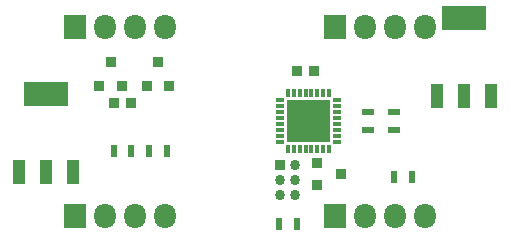
<source format=gbr>
G04 #@! TF.FileFunction,Soldermask,Top*
%FSLAX46Y46*%
G04 Gerber Fmt 4.6, Leading zero omitted, Abs format (unit mm)*
G04 Created by KiCad (PCBNEW (2015-09-02 BZR 6149, Git 4a56ee4)-product) date 11/10/2015 2:24:38 PM*
%MOMM*%
G01*
G04 APERTURE LIST*
%ADD10C,0.100000*%
%ADD11R,0.901600X0.851600*%
%ADD12R,0.351600X0.801600*%
%ADD13R,0.801600X0.351600*%
%ADD14R,1.826600X1.826600*%
%ADD15R,1.828800X2.133600*%
%ADD16O,1.828800X2.133600*%
%ADD17R,0.901700X0.901700*%
%ADD18R,1.001600X0.601600*%
%ADD19R,0.601600X1.001600*%
%ADD20R,3.759200X2.133600*%
%ADD21R,1.117600X2.133600*%
%ADD22R,0.863600X0.863600*%
%ADD23C,0.863600*%
G04 APERTURE END LIST*
D10*
D11*
X76250000Y-55750000D03*
X74750000Y-55750000D03*
X60750000Y-58500000D03*
X59250000Y-58500000D03*
D12*
X77500000Y-57600000D03*
X77000000Y-57600000D03*
X76500000Y-57600000D03*
X76000000Y-57600000D03*
X75500000Y-57600000D03*
X75000000Y-57600000D03*
X74500000Y-57600000D03*
X74000000Y-57600000D03*
D13*
X73350000Y-58250000D03*
X73350000Y-58750000D03*
X73350000Y-59250000D03*
X73350000Y-59750000D03*
X73350000Y-60250000D03*
X73350000Y-60750000D03*
X73350000Y-61250000D03*
X73350000Y-61750000D03*
D12*
X74000000Y-62400000D03*
X74500000Y-62400000D03*
X75000000Y-62400000D03*
X75500000Y-62400000D03*
X76000000Y-62400000D03*
X76500000Y-62400000D03*
X77000000Y-62400000D03*
X77500000Y-62400000D03*
D13*
X78150000Y-61750000D03*
X78150000Y-61250000D03*
X78150000Y-60750000D03*
X78150000Y-60250000D03*
X78150000Y-59750000D03*
X78150000Y-59250000D03*
X78150000Y-58750000D03*
X78150000Y-58250000D03*
D14*
X74887500Y-60862500D03*
X76612500Y-60862500D03*
X74887500Y-59137500D03*
X76612500Y-59137500D03*
D15*
X78000000Y-52000000D03*
D16*
X80540000Y-52000000D03*
X83080000Y-52000000D03*
X85620000Y-52000000D03*
D15*
X78000000Y-68000000D03*
D16*
X80540000Y-68000000D03*
X83080000Y-68000000D03*
X85620000Y-68000000D03*
D15*
X56000000Y-52000000D03*
D16*
X58540000Y-52000000D03*
X61080000Y-52000000D03*
X63620000Y-52000000D03*
D15*
X56000000Y-68000000D03*
D16*
X58540000Y-68000000D03*
X61080000Y-68000000D03*
X63620000Y-68000000D03*
D17*
X58050000Y-57000760D03*
X59950000Y-57000760D03*
X59000000Y-55001780D03*
X62050000Y-57000760D03*
X63950000Y-57000760D03*
X63000000Y-55001780D03*
D18*
X83000000Y-59250000D03*
X83000000Y-60750000D03*
X80750000Y-59250000D03*
X80750000Y-60750000D03*
D19*
X60750000Y-62500000D03*
X59250000Y-62500000D03*
X62250000Y-62500000D03*
X63750000Y-62500000D03*
X74750000Y-68750000D03*
X73250000Y-68750000D03*
X83000000Y-64750000D03*
X84500000Y-64750000D03*
D17*
X76499240Y-63550000D03*
X76499240Y-65450000D03*
X78498220Y-64500000D03*
D20*
X53500000Y-57698000D03*
D21*
X53500000Y-64302000D03*
X55786000Y-64302000D03*
X51214000Y-64302000D03*
D20*
X88900000Y-51308000D03*
D21*
X88900000Y-57912000D03*
X91186000Y-57912000D03*
X86614000Y-57912000D03*
D22*
X73365000Y-63730000D03*
D23*
X74635000Y-63730000D03*
X73365000Y-65000000D03*
X74635000Y-65000000D03*
X73365000Y-66270000D03*
X74635000Y-66270000D03*
M02*

</source>
